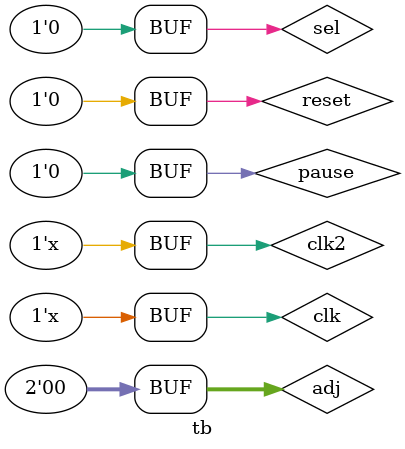
<source format=v>
`timescale 1ns / 1ps


module tb;
	// Inputs
	reg clk;
	reg clk2;
	reg reset;
	reg pause;
	reg sel;
	reg [1:0] adj;

	// Outputs
	wire [5:0] mins;
	wire [5:0] secs;
	wire [7:0] seg;
	wire [3:0] an;
	
	wire clk_wire;
	
	
	sel_adj_button sel_adj_uut (
		.adj(adj),
		.onehz_clock(clk),
		.twohz_clock(clk2),
		.chosen_clock(clk_wire)
	);

	// Instantiate the Unit Under Test (UUT)
	counter count_uut (
		.pause(pause),
		.rst(reset),
		.sel(sel),
		.adj(adj),
		.onehz_clk(clk),
		.twohz_clk(clk2),
		.mins(mins),
		.secs(secs)
	);
	
	top_module top(
		.clk(clk),
		.reset(reset),
		.pause(pause),
		.sel(sel),
		.adj(adj),
		.seg(seg),
		.an(an)
	);
	
	initial begin
		// Initialize Inputs
		
		clk = 0;
		clk2 = 0;
		reset = 0;
		pause = 0;
		sel = 0;
		adj = 0;

		// Wait 100 ns for global reset to finish
		#100;
        
		// Add stimulus here
		
	end
     
	always begin

		#10 clk = ~clk;
	end
	
	always begin
		#5 clk2 = ~clk2;
	end
	
	initial begin
	
		reset = 1;
		#100
		reset = 0;
	
		adj = 0;
		
		#200
		
		adj = 1;
		sel = 0;
		
		#200
		
		sel = 1;
		#200
		
		pause = 1;
		#200
		
		pause = 0;

		adj = 0;
		sel = 0;

	end
			
endmodule


</source>
